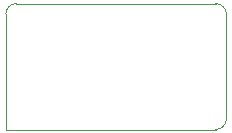
<source format=gbr>
%TF.GenerationSoftware,KiCad,Pcbnew,(5.1.6)-1*%
%TF.CreationDate,2021-08-23T07:44:09-04:00*%
%TF.ProjectId,full-can-to-smd,66756c6c-2d63-4616-9e2d-746f2d736d64,rev?*%
%TF.SameCoordinates,Original*%
%TF.FileFunction,Profile,NP*%
%FSLAX46Y46*%
G04 Gerber Fmt 4.6, Leading zero omitted, Abs format (unit mm)*
G04 Created by KiCad (PCBNEW (5.1.6)-1) date 2021-08-23 07:44:09*
%MOMM*%
%LPD*%
G01*
G04 APERTURE LIST*
%TA.AperFunction,Profile*%
%ADD10C,0.050000*%
%TD*%
G04 APERTURE END LIST*
D10*
X140462000Y-83439000D02*
X140462000Y-73660000D01*
X158242000Y-83439000D02*
X140462000Y-83439000D01*
X159131000Y-73660000D02*
X159131000Y-82550000D01*
X141351000Y-72771000D02*
X158242000Y-72771000D01*
X140462000Y-73660000D02*
G75*
G02*
X141351000Y-72771000I889000J0D01*
G01*
X158242000Y-72771000D02*
G75*
G02*
X159131000Y-73660000I0J-889000D01*
G01*
X159131000Y-82550000D02*
G75*
G02*
X158242000Y-83439000I-889000J0D01*
G01*
M02*

</source>
